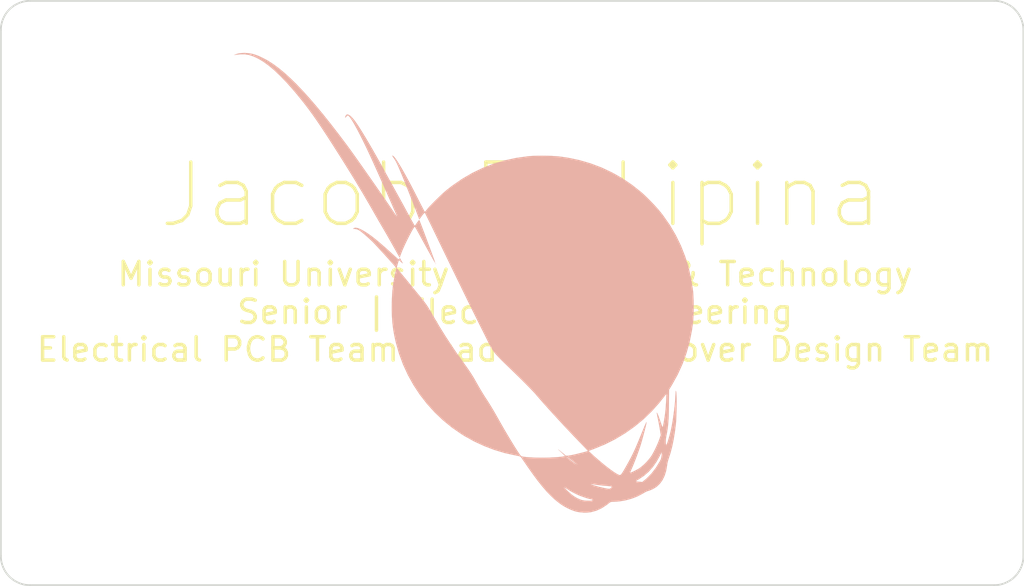
<source format=kicad_pcb>
(kicad_pcb (version 4) (host pcbnew 4.0.7)

  (general
    (links 0)
    (no_connects 0)
    (area 86.665999 38.151999 175.716001 89.102001)
    (thickness 1.6)
    (drawings 10)
    (tracks 0)
    (zones 0)
    (modules 1)
    (nets 1)
  )

  (page A4)
  (layers
    (0 F.Cu signal)
    (31 B.Cu signal)
    (32 B.Adhes user)
    (33 F.Adhes user)
    (34 B.Paste user)
    (35 F.Paste user)
    (36 B.SilkS user)
    (37 F.SilkS user)
    (38 B.Mask user)
    (39 F.Mask user)
    (40 Dwgs.User user)
    (41 Cmts.User user)
    (42 Eco1.User user)
    (43 Eco2.User user)
    (44 Edge.Cuts user)
    (45 Margin user)
    (46 B.CrtYd user)
    (47 F.CrtYd user)
    (48 B.Fab user)
    (49 F.Fab user)
  )

  (setup
    (last_trace_width 0.25)
    (trace_clearance 0.2)
    (zone_clearance 0.508)
    (zone_45_only no)
    (trace_min 0.2)
    (segment_width 0.2)
    (edge_width 0.15)
    (via_size 0.6)
    (via_drill 0.4)
    (via_min_size 0.4)
    (via_min_drill 0.3)
    (uvia_size 0.3)
    (uvia_drill 0.1)
    (uvias_allowed no)
    (uvia_min_size 0.2)
    (uvia_min_drill 0.1)
    (pcb_text_width 0.3)
    (pcb_text_size 1.5 1.5)
    (mod_edge_width 0.15)
    (mod_text_size 1 1)
    (mod_text_width 0.15)
    (pad_size 1.524 1.524)
    (pad_drill 0.762)
    (pad_to_mask_clearance 0.2)
    (aux_axis_origin 0 0)
    (grid_origin 114.681 109.347)
    (visible_elements 7FFFFFFF)
    (pcbplotparams
      (layerselection 0x00030_80000001)
      (usegerberextensions false)
      (excludeedgelayer true)
      (linewidth 0.100000)
      (plotframeref false)
      (viasonmask false)
      (mode 1)
      (useauxorigin false)
      (hpglpennumber 1)
      (hpglpenspeed 20)
      (hpglpendiameter 15)
      (hpglpenoverlay 2)
      (psnegative false)
      (psa4output false)
      (plotreference true)
      (plotvalue true)
      (plotinvisibletext false)
      (padsonsilk false)
      (subtractmaskfromsilk false)
      (outputformat 1)
      (mirror false)
      (drillshape 1)
      (scaleselection 1)
      (outputdirectory ""))
  )

  (net 0 "")

  (net_class Default "This is the default net class."
    (clearance 0.2)
    (trace_width 0.25)
    (via_dia 0.6)
    (via_drill 0.4)
    (uvia_dia 0.3)
    (uvia_drill 0.1)
  )

  (module MRDT_Silkscreens:MRDT_Logo_40mm (layer B.Cu) (tedit 5AA4CAF9) (tstamp 5B9C9A05)
    (at 127 62.738 180)
    (tags "Logo, MRDT")
    (fp_text reference G*** (at -6.7818 -21.5138 180) (layer Dwgs.User) hide
      (effects (font (thickness 0.3)))
    )
    (fp_text value LOGO (at -7.0104 14.224 180) (layer Dwgs.User) hide
      (effects (font (thickness 0.3)))
    )
    (fp_poly (pts (xy 6.23278 11.056201) (xy 6.211833 11.007989) (xy 6.143713 10.90543) (xy 6.104631 10.850093)
      (xy 6.03152 10.742174) (xy 5.959887 10.62372) (xy 5.885237 10.485257) (xy 5.803075 10.317313)
      (xy 5.708905 10.110415) (xy 5.598234 9.855091) (xy 5.466565 9.541868) (xy 5.349343 9.25843)
      (xy 5.24965 9.013693) (xy 5.126693 8.707807) (xy 4.985805 8.354338) (xy 4.832316 7.966853)
      (xy 4.671557 7.558919) (xy 4.508858 7.144103) (xy 4.349551 6.73597) (xy 4.198965 6.348088)
      (xy 4.062433 5.994023) (xy 3.945283 5.687342) (xy 3.921973 5.625813) (xy 3.878795 5.511625)
      (xy 3.654433 5.818848) (xy 3.555234 5.947292) (xy 3.471469 6.042119) (xy 3.41473 6.090909)
      (xy 3.398589 6.093036) (xy 3.376205 6.052198) (xy 3.3221 5.94535) (xy 3.239248 5.778565)
      (xy 3.13062 5.55792) (xy 2.999189 5.289489) (xy 2.847926 4.979349) (xy 2.679804 4.633573)
      (xy 2.497794 4.258238) (xy 2.304869 3.859418) (xy 2.227879 3.7) (xy 1.784629 2.782306)
      (xy 1.373319 1.931888) (xy 0.99152 1.143781) (xy 0.636805 0.41302) (xy 0.306745 -0.265361)
      (xy -0.001088 -0.896326) (xy -0.289124 -1.484842) (xy -0.55979 -2.035872) (xy -0.815514 -2.554382)
      (xy -1.058725 -3.045338) (xy -1.291852 -3.513704) (xy -1.517323 -3.964446) (xy -1.645666 -4.22)
      (xy -1.819613 -4.567912) (xy -1.968149 -4.866996) (xy -2.096556 -5.124118) (xy -2.210116 -5.346147)
      (xy -2.314114 -5.53995) (xy -2.41383 -5.712394) (xy -2.514548 -5.870346) (xy -2.621551 -6.020674)
      (xy -2.740121 -6.170246) (xy -2.875541 -6.325928) (xy -3.033093 -6.494589) (xy -3.218061 -6.683096)
      (xy -3.435727 -6.898315) (xy -3.691373 -7.147116) (xy -3.990282 -7.436364) (xy -4.337738 -7.772928)
      (xy -4.5 -7.930615) (xy -4.792678 -8.216996) (xy -5.079017 -8.500172) (xy -5.351545 -8.772549)
      (xy -5.602792 -9.026532) (xy -5.825287 -9.254527) (xy -6.011557 -9.448937) (xy -6.154131 -9.602169)
      (xy -6.237123 -9.696445) (xy -6.462832 -9.96183) (xy -6.736528 -10.275635) (xy -7.050209 -10.629143)
      (xy -7.395867 -11.013633) (xy -7.7655 -11.420388) (xy -8.151102 -11.840691) (xy -8.544668 -12.265822)
      (xy -8.938194 -12.687063) (xy -9.323674 -13.095696) (xy -9.693104 -13.483003) (xy -10.03848 -13.840265)
      (xy -10.094994 -13.898171) (xy -10.286133 -14.094268) (xy -10.456797 -14.270426) (xy -10.599611 -14.418943)
      (xy -10.707197 -14.532118) (xy -10.772181 -14.60225) (xy -10.788496 -14.622242) (xy -10.739331 -14.639759)
      (xy -10.627937 -14.671807) (xy -10.469912 -14.71441) (xy -10.280856 -14.763593) (xy -10.07637 -14.815377)
      (xy -9.872052 -14.865787) (xy -9.683503 -14.910847) (xy -9.526322 -14.946579) (xy -9.465597 -14.959455)
      (xy -9.208703 -15.007895) (xy -9.022007 -15.033406) (xy -8.899205 -15.036458) (xy -8.833992 -15.017516)
      (xy -8.824335 -15.007013) (xy -8.786119 -14.969309) (xy -8.699647 -14.894374) (xy -8.579432 -14.794578)
      (xy -8.491975 -14.723763) (xy -8.18 -14.473499) (xy -8.495673 -14.771233) (xy -8.811346 -15.068968)
      (xy -8.675673 -15.093249) (xy -8.435197 -15.128031) (xy -8.146969 -15.156206) (xy -7.821911 -15.177854)
      (xy -7.470943 -15.193055) (xy -7.104987 -15.201888) (xy -6.734964 -15.204434) (xy -6.371794 -15.200772)
      (xy -6.026398 -15.190983) (xy -5.709698 -15.175146) (xy -5.432615 -15.153341) (xy -5.206069 -15.125649)
      (xy -5.040981 -15.092149) (xy -4.969451 -15.066118) (xy -4.923712 -15.018925) (xy -4.842759 -14.909246)
      (xy -4.730904 -14.744149) (xy -4.592461 -14.530699) (xy -4.431744 -14.275965) (xy -4.253066 -13.987012)
      (xy -4.060742 -13.670908) (xy -3.859084 -13.334719) (xy -3.652407 -12.985511) (xy -3.445023 -12.630353)
      (xy -3.241248 -12.276309) (xy -3.045393 -11.930447) (xy -2.939134 -11.74) (xy -2.770517 -11.441126)
      (xy -2.589422 -11.129091) (xy -2.406406 -10.821473) (xy -2.232026 -10.53585) (xy -2.076839 -10.289799)
      (xy -1.978173 -10.14) (xy -1.830553 -9.914595) (xy -1.659115 -9.640739) (xy -1.477355 -9.340744)
      (xy -1.29877 -9.036924) (xy -1.136856 -8.751592) (xy -1.120657 -8.722317) (xy -0.921869 -8.37112)
      (xy -0.726389 -8.046532) (xy -0.520155 -7.726732) (xy -0.289108 -7.389901) (xy -0.025099 -7.022317)
      (xy 0.540252 -6.232416) (xy 1.074492 -5.451998) (xy 1.59004 -4.661815) (xy 2.099316 -3.842619)
      (xy 2.614739 -2.975165) (xy 2.854247 -2.56) (xy 2.997965 -2.313039) (xy 3.128746 -2.099866)
      (xy 3.258378 -1.903778) (xy 3.39865 -1.70807) (xy 3.561349 -1.496039) (xy 3.758263 -1.25098)
      (xy 3.898681 -1.08) (xy 4.092478 -0.844923) (xy 4.285246 -0.610441) (xy 4.466054 -0.389898)
      (xy 4.623971 -0.19664) (xy 4.748066 -0.044009) (xy 4.799722 0.02) (xy 4.924038 0.173144)
      (xy 5.081437 0.364637) (xy 5.253218 0.571848) (xy 5.420683 0.772147) (xy 5.448371 0.805061)
      (xy 5.584722 0.970163) (xy 5.700421 1.116328) (xy 5.786429 1.231654) (xy 5.833708 1.304241)
      (xy 5.84 1.320749) (xy 5.829328 1.380816) (xy 5.801869 1.48998) (xy 5.764454 1.62473)
      (xy 5.723916 1.761554) (xy 5.687087 1.876941) (xy 5.660799 1.947379) (xy 5.654961 1.957506)
      (xy 5.620035 1.941309) (xy 5.544982 1.881868) (xy 5.451903 1.797506) (xy 5.359592 1.71432)
      (xy 5.316378 1.686757) (xy 5.324757 1.716363) (xy 5.326961 1.72) (xy 5.382884 1.81724)
      (xy 5.451684 1.944953) (xy 5.478828 1.997443) (xy 5.533414 2.100047) (xy 5.566892 2.139888)
      (xy 5.593251 2.126094) (xy 5.616215 2.087072) (xy 5.637743 2.054344) (xy 5.664932 2.043129)
      (xy 5.708064 2.059855) (xy 5.777421 2.110952) (xy 5.883285 2.20285) (xy 6.03594 2.341977)
      (xy 6.061605 2.365566) (xy 6.514338 2.778327) (xy 6.917666 3.13831) (xy 7.277548 3.450484)
      (xy 7.599944 3.719819) (xy 7.89081 3.951285) (xy 8.156107 4.149852) (xy 8.401793 4.32049)
      (xy 8.42 4.332568) (xy 8.745637 4.534201) (xy 9.024284 4.677733) (xy 9.254555 4.762672)
      (xy 9.435065 4.788526) (xy 9.564428 4.754803) (xy 9.58 4.744068) (xy 9.6227 4.706666)
      (xy 9.614751 4.688401) (xy 9.544565 4.682151) (xy 9.477831 4.681273) (xy 9.299502 4.654824)
      (xy 9.122567 4.570186) (xy 9.114688 4.56523) (xy 8.974586 4.46624) (xy 8.79313 4.323103)
      (xy 8.585062 4.148706) (xy 8.365125 3.955939) (xy 8.148062 3.75769) (xy 7.948616 3.566846)
      (xy 7.8 3.415916) (xy 7.676573 3.284349) (xy 7.520216 3.115671) (xy 7.339138 2.918926)
      (xy 7.141545 2.703154) (xy 6.935646 2.477398) (xy 6.729647 2.250702) (xy 6.531757 2.032106)
      (xy 6.350182 1.830654) (xy 6.193131 1.655387) (xy 6.06881 1.515349) (xy 5.985428 1.419581)
      (xy 5.958076 1.38664) (xy 5.869913 1.27456) (xy 5.978101 0.78728) (xy 6.066972 0.36404)
      (xy 6.136075 -0.023305) (xy 6.188024 -0.397367) (xy 6.225433 -0.78076) (xy 6.250918 -1.196098)
      (xy 6.267093 -1.665996) (xy 6.268459 -1.723885) (xy 6.273473 -2.374168) (xy 6.256042 -2.967773)
      (xy 6.214093 -3.525385) (xy 6.145553 -4.067689) (xy 6.048349 -4.615371) (xy 5.921727 -5.183673)
      (xy 5.644841 -6.158704) (xy 5.294801 -7.104823) (xy 4.874425 -8.018184) (xy 4.386531 -8.894946)
      (xy 3.833934 -9.731265) (xy 3.219453 -10.523298) (xy 2.545904 -11.267202) (xy 1.816104 -11.959133)
      (xy 1.032871 -12.595249) (xy 0.199022 -13.171707) (xy -0.044207 -13.322545) (xy -0.874322 -13.783373)
      (xy -1.742677 -14.186486) (xy -2.635968 -14.526873) (xy -3.540889 -14.799521) (xy -4.444135 -14.999417)
      (xy -4.54 -15.016266) (xy -4.750271 -15.059067) (xy -4.885944 -15.10321) (xy -4.951383 -15.148962)
      (xy -4.987669 -15.200705) (xy -5.062421 -15.308483) (xy -5.1688 -15.462394) (xy -5.299968 -15.652537)
      (xy -5.449088 -15.86901) (xy -5.566746 -16.04) (xy -6.005713 -16.6632) (xy -6.418657 -17.217462)
      (xy -6.810081 -17.707794) (xy -7.184489 -18.139206) (xy -7.546386 -18.516705) (xy -7.900276 -18.8453)
      (xy -8.250662 -19.13) (xy -8.515096 -19.318561) (xy -8.748154 -19.460859) (xy -9.016452 -19.60189)
      (xy -9.29454 -19.729874) (xy -9.556968 -19.833031) (xy -9.762043 -19.895722) (xy -10.090073 -19.953962)
      (xy -10.445032 -19.979861) (xy -10.792053 -19.972223) (xy -11.047728 -19.939813) (xy -11.521745 -19.809339)
      (xy -11.976044 -19.601481) (xy -12.410016 -19.316539) (xy -12.560238 -19.195919) (xy -12.676189 -19.105624)
      (xy -12.770574 -19.058754) (xy -12.877882 -19.041658) (xy -12.954151 -19.04) (xy -13.490198 -19.008583)
      (xy -14.034116 -18.917855) (xy -14.163471 -18.882747) (xy -11.207369 -18.882747) (xy -11.151992 -18.91748)
      (xy -11.1 -18.933716) (xy -11.024133 -18.942445) (xy -10.892909 -18.946723) (xy -10.730879 -18.945914)
      (xy -10.68 -18.944587) (xy -10.446668 -18.92774) (xy -10.254133 -18.888982) (xy -10.088849 -18.831172)
      (xy -9.818466 -18.707718) (xy -9.576492 -18.566342) (xy -9.341355 -18.392226) (xy -9.091483 -18.170551)
      (xy -9.002897 -18.085203) (xy -8.87217 -17.954974) (xy -8.775005 -17.853635) (xy -8.718598 -17.789094)
      (xy -8.71015 -17.769259) (xy -8.72 -17.774435) (xy -9.133437 -18.031212) (xy -9.490668 -18.235979)
      (xy -9.79474 -18.39048) (xy -9.809293 -18.397236) (xy -10.023953 -18.489243) (xy -10.269801 -18.583267)
      (xy -10.524598 -18.67183) (xy -10.766108 -18.747454) (xy -10.972089 -18.80266) (xy -11.080499 -18.824719)
      (xy -11.183391 -18.851006) (xy -11.207369 -18.882747) (xy -14.163471 -18.882747) (xy -14.567477 -18.773097)
      (xy -15.071852 -18.579594) (xy -15.528813 -18.342627) (xy -15.647902 -18.267799) (xy -15.785643 -18.187655)
      (xy -15.921034 -18.125364) (xy -16 -18.100436) (xy -16.104153 -18.069494) (xy -16.250538 -18.013602)
      (xy -16.410043 -17.944004) (xy -16.433308 -17.933074) (xy -16.753291 -17.737546) (xy -16.753809 -17.737059)
      (xy -12.858501 -17.737059) (xy -12.845233 -17.768771) (xy -12.807843 -17.81165) (xy -12.79902 -17.821043)
      (xy -12.748978 -17.87039) (xy -12.699246 -17.900898) (xy -12.634356 -17.913035) (xy -12.53884 -17.907267)
      (xy -12.397228 -17.884061) (xy -12.194053 -17.843885) (xy -12.174404 -17.839896) (xy -12.010943 -17.803449)
      (xy -11.823676 -17.756563) (xy -11.627079 -17.703519) (xy -11.435631 -17.648601) (xy -11.263807 -17.596089)
      (xy -11.126085 -17.550266) (xy -11.036943 -17.515412) (xy -11.010857 -17.49581) (xy -11.010887 -17.49578)
      (xy -11.054151 -17.495614) (xy -11.156981 -17.507757) (xy -11.300309 -17.529788) (xy -11.361357 -17.540238)
      (xy -11.535862 -17.566788) (xy -11.760826 -17.5951) (xy -12.006875 -17.621741) (xy -12.238617 -17.642795)
      (xy -12.484986 -17.662901) (xy -12.660891 -17.679433) (xy -12.775599 -17.695338) (xy -12.838379 -17.713564)
      (xy -12.858501 -17.737059) (xy -16.753809 -17.737059) (xy -17.030741 -17.477188) (xy -17.262979 -17.156537)
      (xy -17.44733 -16.780129) (xy -17.581114 -16.3525) (xy -17.661656 -15.878184) (xy -17.664911 -15.846591)
      (xy -17.693056 -15.674587) (xy -17.742486 -15.470628) (xy -17.802995 -15.276299) (xy -17.808894 -15.26)
      (xy -17.965462 -14.7781) (xy -17.985607 -14.7) (xy -17.206137 -14.7) (xy -17.188688 -14.986107)
      (xy -17.171009 -15.160336) (xy -17.135006 -15.30318) (xy -17.069169 -15.452636) (xy -17.019028 -15.546107)
      (xy -16.678658 -16.096654) (xy -16.309104 -16.574909) (xy -15.907826 -16.984014) (xy -15.74 -17.127266)
      (xy -15.5 -17.321694) (xy -15.24 -17.296902) (xy -15.104566 -17.281935) (xy -15.004642 -17.267043)
      (xy -14.963334 -17.256054) (xy -14.954764 -17.245285) (xy -14.962399 -17.231083) (xy -14.998813 -17.204545)
      (xy -15.076581 -17.156767) (xy -15.208278 -17.078845) (xy -15.24 -17.060154) (xy -15.677174 -16.76558)
      (xy -16.069721 -16.421126) (xy -16.424033 -16.019663) (xy -16.746499 -15.554065) (xy -17.007315 -15.088926)
      (xy -17.206137 -14.7) (xy -17.985607 -14.7) (xy -18.107758 -14.22645) (xy -18.233856 -13.614339)
      (xy -18.341832 -12.951058) (xy -18.426089 -12.28) (xy -18.444467 -12.070564) (xy -18.459887 -11.815743)
      (xy -18.472263 -11.527672) (xy -18.481512 -11.218487) (xy -18.487548 -10.900321) (xy -18.490286 -10.585311)
      (xy -18.489641 -10.285591) (xy -18.485528 -10.013296) (xy -18.477862 -9.780562) (xy -18.466559 -9.599524)
      (xy -18.451532 -9.482316) (xy -18.445836 -9.46) (xy -18.423788 -9.399489) (xy -18.411539 -9.396424)
      (xy -18.405643 -9.458885) (xy -18.403211 -9.56) (xy -18.390225 -9.877799) (xy -18.362235 -10.255192)
      (xy -18.321607 -10.67368) (xy -18.270707 -11.114766) (xy -18.211899 -11.559952) (xy -18.14755 -11.990738)
      (xy -18.080023 -12.388627) (xy -18.011686 -12.735122) (xy -17.978599 -12.880629) (xy -17.917483 -13.124242)
      (xy -17.852706 -13.364507) (xy -17.787968 -13.589535) (xy -17.726969 -13.787434) (xy -17.673407 -13.946313)
      (xy -17.630984 -14.054282) (xy -17.603398 -14.099451) (xy -17.599329 -14.099584) (xy -17.562587 -14.034833)
      (xy -17.544221 -13.907635) (xy -17.544202 -13.733397) (xy -17.562501 -13.527528) (xy -17.599089 -13.305435)
      (xy -17.600867 -13.296748) (xy -17.658808 -12.998618) (xy -17.705891 -12.713266) (xy -17.743229 -12.427112)
      (xy -17.771935 -12.126575) (xy -17.793125 -11.798075) (xy -17.807912 -11.428031) (xy -17.817409 -11.002862)
      (xy -17.82206 -10.6) (xy -17.828295 -9.821006) (xy -17.598043 -9.821006) (xy -17.594201 -9.976434)
      (xy -17.586266 -10.169962) (xy -17.574934 -10.387705) (xy -17.560901 -10.615776) (xy -17.544862 -10.840288)
      (xy -17.527514 -11.047354) (xy -17.516499 -11.16) (xy -17.494278 -11.347752) (xy -17.464754 -11.563044)
      (xy -17.430553 -11.790171) (xy -17.394302 -12.013427) (xy -17.358627 -12.217107) (xy -17.326154 -12.385507)
      (xy -17.299509 -12.502923) (xy -17.284111 -12.549673) (xy -17.262513 -12.533428) (xy -17.222897 -12.453309)
      (xy -17.170677 -12.321936) (xy -17.111265 -12.151927) (xy -17.103957 -12.129673) (xy -17.013967 -11.861314)
      (xy -16.933492 -11.635962) (xy -16.865577 -11.461279) (xy -16.813265 -11.34493) (xy -16.779602 -11.294577)
      (xy -16.772167 -11.2945) (xy -16.773511 -11.337811) (xy -16.789444 -11.443756) (xy -16.817325 -11.596847)
      (xy -16.854514 -11.781597) (xy -16.858262 -11.799415) (xy -16.909335 -12.051604) (xy -16.963732 -12.336968)
      (xy -17.01354 -12.613285) (xy -17.039165 -12.764709) (xy -17.117036 -13.242024) (xy -16.995486 -13.591012)
      (xy -16.893777 -13.858627) (xy -16.768007 -14.152087) (xy -16.62877 -14.449351) (xy -16.486656 -14.728377)
      (xy -16.35226 -14.967127) (xy -16.277231 -15.085588) (xy -16.086485 -15.338212) (xy -15.855011 -15.598454)
      (xy -15.607061 -15.841132) (xy -15.366887 -16.041063) (xy -15.333612 -16.065394) (xy -15.212548 -16.145)
      (xy -15.063466 -16.232708) (xy -14.90234 -16.320439) (xy -14.745144 -16.400115) (xy -14.607853 -16.463656)
      (xy -14.506443 -16.502986) (xy -14.456887 -16.510025) (xy -14.455915 -16.509248) (xy -14.463279 -16.467662)
      (xy -14.497868 -16.37272) (xy -14.552643 -16.243354) (xy -14.564812 -16.216312) (xy -14.682907 -15.944543)
      (xy -14.815754 -15.619235) (xy -14.954656 -15.263335) (xy -15.090916 -14.899792) (xy -15.215838 -14.551554)
      (xy -15.320724 -14.241567) (xy -15.359275 -14.12) (xy -15.425935 -13.897183) (xy -15.497857 -13.645352)
      (xy -15.571805 -13.37708) (xy -15.644542 -13.10494) (xy -15.712831 -12.841503) (xy -15.773435 -12.599343)
      (xy -15.823118 -12.391031) (xy -15.858644 -12.229141) (xy -15.876775 -12.126244) (xy -15.878421 -12.103443)
      (xy -15.863837 -12.118769) (xy -15.823155 -12.20053) (xy -15.759814 -12.340815) (xy -15.677253 -12.53171)
      (xy -15.578911 -12.765304) (xy -15.468226 -13.033685) (xy -15.384442 -13.24) (xy -15.208783 -13.671705)
      (xy -15.054339 -14.042347) (xy -14.914586 -14.3659) (xy -14.783 -14.656337) (xy -14.653058 -14.927632)
      (xy -14.518235 -15.193759) (xy -14.372006 -15.468692) (xy -14.207849 -15.766403) (xy -14.190113 -15.798114)
      (xy -14.030571 -16.080977) (xy -13.903316 -16.300771) (xy -13.803057 -16.465053) (xy -13.724504 -16.581381)
      (xy -13.662369 -16.657312) (xy -13.611361 -16.700403) (xy -13.566192 -16.718212) (xy -13.544875 -16.72)
      (xy -13.47238 -16.698693) (xy -13.352925 -16.641185) (xy -13.205133 -16.557097) (xy -13.094044 -16.487084)
      (xy -12.930994 -16.374898) (xy -12.729065 -16.228255) (xy -12.510814 -16.063938) (xy -12.298798 -15.898729)
      (xy -12.239667 -15.851409) (xy -12.201324 -15.82) (xy -9.88 -15.82) (xy -9.86 -15.84)
      (xy -9.84 -15.82) (xy -9.86 -15.8) (xy -9.88 -15.82) (xy -12.201324 -15.82)
      (xy -12.16004 -15.786182) (xy -9.8 -15.786182) (xy -9.769424 -15.778605) (xy -9.678025 -15.72)
      (xy -9.526304 -15.610718) (xy -9.314758 -15.451111) (xy -9.207476 -15.368603) (xy -9.072768 -15.261599)
      (xy -8.967965 -15.172693) (xy -8.905371 -15.112692) (xy -8.893674 -15.092992) (xy -8.928906 -15.109941)
      (xy -9.012681 -15.166474) (xy -9.131203 -15.25204) (xy -9.270675 -15.356087) (xy -9.4173 -15.468061)
      (xy -9.557282 -15.577412) (xy -9.676824 -15.673587) (xy -9.762129 -15.746033) (xy -9.799401 -15.784199)
      (xy -9.8 -15.786182) (xy -12.16004 -15.786182) (xy -12.0675 -15.710379) (xy -11.878472 -15.551736)
      (xy -11.681742 -15.383589) (xy -11.48647 -15.214051) (xy -11.301813 -15.051231) (xy -11.136932 -14.90324)
      (xy -11.000984 -14.778189) (xy -10.90313 -14.684189) (xy -10.852528 -14.629351) (xy -10.847952 -14.618981)
      (xy -10.887964 -14.601447) (xy -10.988241 -14.56226) (xy -11.133873 -14.507133) (xy -11.30995 -14.44178)
      (xy -11.318948 -14.438471) (xy -12.250595 -14.05508) (xy -13.149936 -13.603144) (xy -14.011571 -13.086657)
      (xy -14.830096 -12.509611) (xy -15.600111 -11.875996) (xy -16.316213 -11.189807) (xy -16.973 -10.455034)
      (xy -17.338229 -9.99) (xy -17.439237 -9.857435) (xy -17.522541 -9.753165) (xy -17.576786 -9.691138)
      (xy -17.590665 -9.68) (xy -17.597096 -9.717566) (xy -17.598043 -9.821006) (xy -17.828295 -9.821006)
      (xy -17.832466 -9.3) (xy -18.099911 -8.86) (xy -18.588074 -7.980533) (xy -19.004861 -7.065671)
      (xy -19.35042 -6.11497) (xy -19.6249 -5.127986) (xy -19.82845 -4.104273) (xy -19.924951 -3.4)
      (xy -19.943599 -3.177239) (xy -19.957427 -2.892903) (xy -19.966435 -2.565271) (xy -19.970622 -2.212624)
      (xy -19.969988 -1.85324) (xy -19.964533 -1.5054) (xy -19.954258 -1.187383) (xy -19.939162 -0.917468)
      (xy -19.924951 -0.76) (xy -19.76799 0.290476) (xy -19.53905 1.306066) (xy -19.238056 2.286953)
      (xy -18.864934 3.233318) (xy -18.419607 4.145343) (xy -17.902003 5.023211) (xy -17.312046 5.867103)
      (xy -17.084033 6.16) (xy -16.880396 6.402602) (xy -16.632345 6.67931) (xy -16.356704 6.972753)
      (xy -16.070292 7.265556) (xy -15.789933 7.540345) (xy -15.532447 7.779748) (xy -15.42 7.878637)
      (xy -14.615519 8.517227) (xy -13.76966 9.087954) (xy -12.885459 9.589496) (xy -11.965949 10.020531)
      (xy -11.014166 10.379737) (xy -10.033144 10.66579) (xy -9.025918 10.87737) (xy -8.3 10.981256)
      (xy -8.002323 11.008191) (xy -7.647493 11.028085) (xy -7.256276 11.040779) (xy -6.849433 11.046111)
      (xy -6.447729 11.043922) (xy -6.071927 11.034051) (xy -5.74279 11.016338) (xy -5.58 11.002258)
      (xy -4.544117 10.857211) (xy -3.540433 10.639028) (xy -2.568096 10.347357) (xy -1.626254 9.981844)
      (xy -0.714053 9.54214) (xy 0.16936 9.02789) (xy 1.024835 8.438742) (xy 1.48 8.085686)
      (xy 1.654598 7.93782) (xy 1.862854 7.750432) (xy 2.092629 7.535496) (xy 2.331785 7.304985)
      (xy 2.568184 7.070876) (xy 2.789688 6.845142) (xy 2.98416 6.639757) (xy 3.139462 6.466697)
      (xy 3.22 6.369103) (xy 3.304625 6.263681) (xy 3.3697 6.189033) (xy 3.4 6.162049)
      (xy 3.422123 6.196145) (xy 3.475651 6.293434) (xy 3.556221 6.445548) (xy 3.659472 6.644119)
      (xy 3.78104 6.880779) (xy 3.916563 7.147162) (xy 4.009142 7.330444) (xy 4.296192 7.894425)
      (xy 4.572257 8.425267) (xy 4.834943 8.91883) (xy 5.081859 9.370976) (xy 5.310613 9.777564)
      (xy 5.518813 10.134457) (xy 5.704067 10.437514) (xy 5.863985 10.682597) (xy 5.996172 10.865565)
      (xy 6.098239 10.98228) (xy 6.138408 11.01528) (xy 6.207868 11.05649) (xy 6.23278 11.056201)) (layer B.SilkS) (width 0.01))
    (fp_poly (pts (xy 2.48 1.66) (xy 2.46 1.64) (xy 2.44 1.66) (xy 2.46 1.68)
      (xy 2.48 1.66)) (layer B.SilkS) (width 0.01))
    (fp_poly (pts (xy 19.341992 19.973978) (xy 19.603814 19.936216) (xy 19.816989 19.874241) (xy 19.849505 19.860162)
      (xy 19.98 19.79969) (xy 19.86 19.819989) (xy 19.442354 19.866829) (xy 19.051164 19.86371)
      (xy 18.704198 19.810826) (xy 18.689872 19.80727) (xy 18.285549 19.674306) (xy 17.864218 19.475064)
      (xy 17.424442 19.208375) (xy 16.964781 18.873068) (xy 16.483801 18.467974) (xy 15.980063 17.991924)
      (xy 15.45213 17.443746) (xy 14.898566 16.822272) (xy 14.622723 16.496862) (xy 14.36717 16.188219)
      (xy 14.123026 15.887246) (xy 13.886466 15.588413) (xy 13.653663 15.286188) (xy 13.420793 14.975041)
      (xy 13.184028 14.649442) (xy 12.939544 14.30386) (xy 12.683513 13.932765) (xy 12.412111 13.530626)
      (xy 12.121511 13.091912) (xy 11.807887 12.611092) (xy 11.467414 12.082638) (xy 11.096266 11.501017)
      (xy 10.690616 10.860699) (xy 10.34972 10.32) (xy 9.572341 9.066421) (xy 8.824644 7.82368)
      (xy 8.118649 6.611837) (xy 7.940969 6.3) (xy 7.780393 6.01826) (xy 7.594361 5.694219)
      (xy 7.398188 5.354408) (xy 7.207188 5.025357) (xy 7.0396 4.738575) (xy 6.87268 4.452439)
      (xy 6.689578 4.135559) (xy 6.504425 3.81259) (xy 6.331354 3.508187) (xy 6.184495 3.247003)
      (xy 6.179796 3.238575) (xy 6.053142 3.011727) (xy 5.932988 2.797242) (xy 5.82733 2.609335)
      (xy 5.744161 2.462222) (xy 5.691475 2.37012) (xy 5.689816 2.367268) (xy 5.589195 2.194535)
      (xy 5.433908 2.607268) (xy 5.35246 2.811391) (xy 5.2512 3.045825) (xy 5.135208 3.300603)
      (xy 5.009563 3.56576) (xy 4.879345 3.831329) (xy 4.749635 4.087344) (xy 4.625512 4.323839)
      (xy 4.512057 4.530849) (xy 4.41435 4.698407) (xy 4.33747 4.816548) (xy 4.286497 4.875304)
      (xy 4.275423 4.88) (xy 4.248546 4.846558) (xy 4.190851 4.753823) (xy 4.108994 4.613185)
      (xy 4.00963 4.43603) (xy 3.918943 4.27) (xy 3.772512 3.999895) (xy 3.615493 3.712103)
      (xy 3.452667 3.415222) (xy 3.288818 3.117848) (xy 3.128726 2.828575) (xy 2.977175 2.556001)
      (xy 2.838945 2.30872) (xy 2.718819 2.09533) (xy 2.621579 1.924425) (xy 2.552007 1.804602)
      (xy 2.514886 1.744456) (xy 2.511471 1.74) (xy 2.508696 1.757559) (xy 2.529958 1.836423)
      (xy 2.571215 1.962985) (xy 2.612476 2.08) (xy 2.712683 2.355336) (xy 2.824071 2.659071)
      (xy 2.943457 2.982726) (xy 3.067658 3.31782) (xy 3.193489 3.655873) (xy 3.317766 3.988406)
      (xy 3.437306 4.306938) (xy 3.548925 4.602989) (xy 3.649439 4.86808) (xy 3.735664 5.09373)
      (xy 3.804417 5.271459) (xy 3.852514 5.392788) (xy 3.876771 5.449236) (xy 3.878486 5.452)
      (xy 3.912225 5.436358) (xy 3.975505 5.366338) (xy 4.056209 5.255858) (xy 4.078697 5.222)
      (xy 4.162131 5.098688) (xy 4.230134 5.006898) (xy 4.270537 4.962826) (xy 4.274698 4.961144)
      (xy 4.300024 4.995196) (xy 4.356959 5.08995) (xy 4.439812 5.235336) (xy 4.542888 5.421288)
      (xy 4.660495 5.637735) (xy 4.72 5.748688) (xy 4.86013 6.009597) (xy 5.027904 6.319611)
      (xy 5.212002 6.65796) (xy 5.401109 7.003878) (xy 5.583905 7.336596) (xy 5.694861 7.537544)
      (xy 5.855925 7.82903) (xy 6.045123 8.172251) (xy 6.252286 8.548708) (xy 6.467244 8.939904)
      (xy 6.679828 9.327338) (xy 6.879868 9.692513) (xy 6.949607 9.82) (xy 7.273726 10.408065)
      (xy 7.592087 10.976529) (xy 7.901241 11.519607) (xy 8.197739 12.031514) (xy 8.478133 12.506465)
      (xy 8.738974 12.938672) (xy 8.976814 13.322352) (xy 9.188204 13.651719) (xy 9.369694 13.920987)
      (xy 9.506779 14.109986) (xy 9.6988 14.341523) (xy 9.870056 14.507996) (xy 10.01771 14.607818)
      (xy 10.138924 14.639407) (xy 10.230858 14.601176) (xy 10.273579 14.538118) (xy 10.313178 14.431269)
      (xy 10.319993 14.36845) (xy 10.297457 14.360062) (xy 10.249004 14.416501) (xy 10.23878 14.432727)
      (xy 10.161593 14.52648) (xy 10.089879 14.552683) (xy 10.088929 14.552513) (xy 10.013756 14.50453)
      (xy 9.909643 14.384714) (xy 9.777855 14.195307) (xy 9.619658 13.938557) (xy 9.436315 13.616706)
      (xy 9.229093 13.232) (xy 8.999257 12.786684) (xy 8.74807 12.283002) (xy 8.476799 11.723199)
      (xy 8.379988 11.52) (xy 8.284646 11.316841) (xy 8.168276 11.065191) (xy 8.033807 10.771634)
      (xy 7.884166 10.442753) (xy 7.722282 10.085131) (xy 7.551082 9.70535) (xy 7.373495 9.309995)
      (xy 7.192449 8.905647) (xy 7.010871 8.498891) (xy 6.83169 8.096309) (xy 6.657834 7.704485)
      (xy 6.492231 7.330001) (xy 6.337809 6.97944) (xy 6.197496 6.659386) (xy 6.07422 6.376422)
      (xy 5.97091 6.137131) (xy 5.890492 5.948095) (xy 5.835896 5.815898) (xy 5.810049 5.747124)
      (xy 5.808534 5.738655) (xy 5.833023 5.767277) (xy 5.895734 5.853527) (xy 5.990463 5.988501)
      (xy 6.111008 6.163295) (xy 6.251164 6.369006) (xy 6.36 6.530166) (xy 6.541429 6.798105)
      (xy 6.756225 7.112499) (xy 6.998905 7.465514) (xy 7.263986 7.849316) (xy 7.545985 8.256073)
      (xy 7.83942 8.677952) (xy 8.138808 9.107119) (xy 8.438667 9.535742) (xy 8.733513 9.955986)
      (xy 9.017865 10.36002) (xy 9.286239 10.74001) (xy 9.533153 11.088123) (xy 9.753124 11.396525)
      (xy 9.940669 11.657384) (xy 10.090306 11.862866) (xy 10.132522 11.92) (xy 10.862702 12.89093)
      (xy 11.559044 13.791668) (xy 12.223056 14.623788) (xy 12.856248 15.388864) (xy 13.460131 16.08847)
      (xy 14.036213 16.724182) (xy 14.586005 17.297573) (xy 15.111017 17.810217) (xy 15.612757 18.263689)
      (xy 16.092737 18.659563) (xy 16.552466 18.999414) (xy 16.993454 19.284815) (xy 17.41721 19.517341)
      (xy 17.42 19.518727) (xy 17.735874 19.669479) (xy 18.004718 19.782647) (xy 18.246225 19.864784)
      (xy 18.480086 19.922444) (xy 18.725994 19.962178) (xy 18.768241 19.967365) (xy 19.055481 19.985153)
      (xy 19.341992 19.973978)) (layer B.SilkS) (width 0.01))
  )

  (gr_text "\nMissouri University of Science & Technology\nSenior | Electrical Engineering\nElectrical PCB Team Lead | Mars Rover Design Team" (at 131.445 63.627) (layer F.SilkS)
    (effects (font (size 2.032 2.032) (thickness 0.3)))
  )
  (gr_text "Jacob R. Lipina" (at 131.953 55.118) (layer F.SilkS)
    (effects (font (size 5.334 5.334) (thickness 0.3)))
  )
  (gr_arc (start 89.281 86.487) (end 89.281 89.027) (angle 90) (layer Edge.Cuts) (width 0.15))
  (gr_arc (start 173.101 86.487) (end 175.641 86.487) (angle 90) (layer Edge.Cuts) (width 0.15))
  (gr_arc (start 173.101 40.767) (end 173.101 38.227) (angle 90) (layer Edge.Cuts) (width 0.15))
  (gr_arc (start 89.281 40.767) (end 86.741 40.767) (angle 90) (layer Edge.Cuts) (width 0.15))
  (gr_line (start 86.741 86.487) (end 86.741 40.767) (layer Edge.Cuts) (width 0.15))
  (gr_line (start 173.101 89.027) (end 89.281 89.027) (layer Edge.Cuts) (width 0.15))
  (gr_line (start 175.641 40.767) (end 175.641 86.487) (layer Edge.Cuts) (width 0.15))
  (gr_line (start 89.281 38.227) (end 173.101 38.227) (layer Edge.Cuts) (width 0.15))

)

</source>
